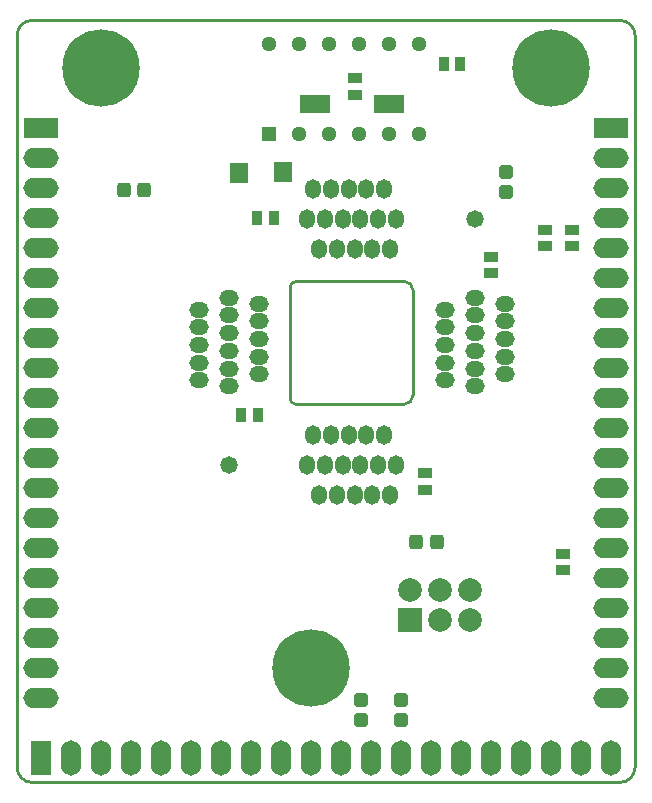
<source format=gbs>
G04*
G04 #@! TF.GenerationSoftware,Altium Limited,Altium Designer,21.2.2 (38)*
G04*
G04 Layer_Color=16711935*
%FSLAX25Y25*%
%MOIN*%
G70*
G04*
G04 #@! TF.SameCoordinates,02BB65A1-8190-4807-ADF1-2835F9576F4A*
G04*
G04*
G04 #@! TF.FilePolarity,Negative*
G04*
G01*
G75*
%ADD11C,0.01000*%
%ADD17C,0.05079*%
%ADD18R,0.05079X0.05079*%
%ADD19O,0.05328X0.06509*%
%ADD20O,0.06509X0.05328*%
%ADD21C,0.05800*%
%ADD22C,0.07887*%
%ADD23R,0.07887X0.07887*%
%ADD24C,0.25800*%
%ADD25R,0.11800X0.06800*%
%ADD26O,0.11800X0.06800*%
%ADD27R,0.06800X0.11800*%
%ADD28O,0.06800X0.11800*%
%ADD49R,0.10236X0.06299*%
%ADD50R,0.06299X0.07087*%
%ADD51R,0.03300X0.05800*%
%ADD52R,0.05800X0.03300*%
%ADD53R,0.04540X0.03753*%
G04:AMPARAMS|DCode=54|XSize=47.37mil|YSize=43.43mil|CornerRadius=8.43mil|HoleSize=0mil|Usage=FLASHONLY|Rotation=0.000|XOffset=0mil|YOffset=0mil|HoleType=Round|Shape=RoundedRectangle|*
%AMROUNDEDRECTD54*
21,1,0.04737,0.02657,0,0,0.0*
21,1,0.03051,0.04343,0,0,0.0*
1,1,0.01686,0.01526,-0.01329*
1,1,0.01686,-0.01526,-0.01329*
1,1,0.01686,-0.01526,0.01329*
1,1,0.01686,0.01526,0.01329*
%
%ADD54ROUNDEDRECTD54*%
%ADD55R,0.03753X0.04540*%
G04:AMPARAMS|DCode=56|XSize=47.37mil|YSize=43.43mil|CornerRadius=8.43mil|HoleSize=0mil|Usage=FLASHONLY|Rotation=270.000|XOffset=0mil|YOffset=0mil|HoleType=Round|Shape=RoundedRectangle|*
%AMROUNDEDRECTD56*
21,1,0.04737,0.02657,0,0,270.0*
21,1,0.03051,0.04343,0,0,270.0*
1,1,0.01686,-0.01329,-0.01526*
1,1,0.01686,-0.01329,0.01526*
1,1,0.01686,0.01329,0.01526*
1,1,0.01686,0.01329,-0.01526*
%
%ADD56ROUNDEDRECTD56*%
D11*
X93000Y167000D02*
G03*
X91000Y165000I0J-2000D01*
G01*
Y128000D02*
G03*
X93000Y126000I2000J0D01*
G01*
X129000D02*
G03*
X132000Y129000I0J3000D01*
G01*
Y164000D02*
G03*
X129000Y167000I-3000J0D01*
G01*
X5000Y254000D02*
G03*
X0Y249000I0J-5000D01*
G01*
Y5000D02*
G03*
X5000Y0I5000J0D01*
G01*
X201000D02*
G03*
X206000Y5000I0J5000D01*
G01*
Y249000D02*
G03*
X201000Y254000I-5000J0D01*
G01*
X91000Y128000D02*
Y165000D01*
X93000Y126000D02*
X129000D01*
X132000Y129000D02*
Y164000D01*
X93000Y167000D02*
X129000D01*
X5000Y254000D02*
X16000D01*
X0Y5000D02*
Y249000D01*
X5000Y0D02*
X201000D01*
X206000Y5000D02*
Y249000D01*
X16000Y254000D02*
X201000D01*
D17*
X84000Y246000D02*
D03*
X94000D02*
D03*
X104000D02*
D03*
X114000D02*
D03*
X124000D02*
D03*
X134000D02*
D03*
Y216000D02*
D03*
X124000D02*
D03*
X114000D02*
D03*
X104000D02*
D03*
X94000D02*
D03*
D18*
X84000D02*
D03*
D19*
X112500Y95811D02*
D03*
X124311D02*
D03*
X118405D02*
D03*
X100689D02*
D03*
X106595D02*
D03*
X108563Y105811D02*
D03*
X98721Y115811D02*
D03*
X114469Y105811D02*
D03*
X110531Y115811D02*
D03*
X96752Y105811D02*
D03*
X102657D02*
D03*
X104626Y115811D02*
D03*
X116437D02*
D03*
X120374Y105811D02*
D03*
X126279D02*
D03*
X122343Y115811D02*
D03*
X126279Y187779D02*
D03*
X124311Y177779D02*
D03*
X98721Y197780D02*
D03*
X122343D02*
D03*
X106595Y177779D02*
D03*
X114469Y187779D02*
D03*
X116437Y197780D02*
D03*
X110531D02*
D03*
X104626D02*
D03*
X120374Y187779D02*
D03*
X118405Y177779D02*
D03*
X112500D02*
D03*
X108563Y187779D02*
D03*
X102657D02*
D03*
X100689Y177779D02*
D03*
X96752Y187779D02*
D03*
D20*
X162500Y159591D02*
D03*
Y135968D02*
D03*
X142500Y151716D02*
D03*
X152500Y143842D02*
D03*
X162500Y141874D02*
D03*
Y147780D02*
D03*
Y153685D02*
D03*
X142500Y134000D02*
D03*
X152500Y137937D02*
D03*
X142500Y139906D02*
D03*
Y145811D02*
D03*
X152500Y149748D02*
D03*
Y155654D02*
D03*
X142500Y157622D02*
D03*
X152500Y161559D02*
D03*
Y132032D02*
D03*
X60532Y134000D02*
D03*
Y157622D02*
D03*
X80532Y141874D02*
D03*
X70531Y149748D02*
D03*
X60532Y151716D02*
D03*
Y145811D02*
D03*
Y139906D02*
D03*
X80532Y159591D02*
D03*
X70531Y155654D02*
D03*
X80532Y153685D02*
D03*
Y147780D02*
D03*
X70531Y143842D02*
D03*
Y137937D02*
D03*
X80532Y135968D02*
D03*
X70531Y132032D02*
D03*
Y161559D02*
D03*
D21*
X152500Y187779D02*
D03*
X70531Y105811D02*
D03*
D22*
X151000Y64000D02*
D03*
Y54000D02*
D03*
X141000Y64000D02*
D03*
Y54000D02*
D03*
X131000Y64000D02*
D03*
D23*
Y54000D02*
D03*
D24*
X98000Y38000D02*
D03*
X28000Y238000D02*
D03*
X178000D02*
D03*
D25*
X8000Y218000D02*
D03*
X198000D02*
D03*
D26*
X8000Y208000D02*
D03*
Y198000D02*
D03*
Y188000D02*
D03*
Y178000D02*
D03*
Y168000D02*
D03*
Y158000D02*
D03*
Y148000D02*
D03*
Y138000D02*
D03*
Y128000D02*
D03*
Y118000D02*
D03*
Y108000D02*
D03*
Y98000D02*
D03*
Y88000D02*
D03*
Y78000D02*
D03*
Y68000D02*
D03*
Y58000D02*
D03*
Y48000D02*
D03*
Y38000D02*
D03*
Y28000D02*
D03*
X198000Y208000D02*
D03*
Y198000D02*
D03*
Y188000D02*
D03*
Y178000D02*
D03*
Y168000D02*
D03*
Y158000D02*
D03*
Y148000D02*
D03*
Y138000D02*
D03*
Y128000D02*
D03*
Y118000D02*
D03*
Y108000D02*
D03*
Y98000D02*
D03*
Y88000D02*
D03*
Y78000D02*
D03*
Y68000D02*
D03*
Y58000D02*
D03*
Y48000D02*
D03*
Y38000D02*
D03*
Y28000D02*
D03*
D27*
X8000Y8000D02*
D03*
D28*
X18000D02*
D03*
X28000D02*
D03*
X38000D02*
D03*
X48000D02*
D03*
X58000D02*
D03*
X68000D02*
D03*
X78000D02*
D03*
X88000D02*
D03*
X98000D02*
D03*
X108000D02*
D03*
X118000D02*
D03*
X128000D02*
D03*
X138000D02*
D03*
X148000D02*
D03*
X158000D02*
D03*
X168000D02*
D03*
X178000D02*
D03*
X188000D02*
D03*
X198000D02*
D03*
D49*
X99451Y226000D02*
D03*
X123953D02*
D03*
D50*
X73992Y203120D02*
D03*
X88500Y203378D02*
D03*
D51*
X102647Y226000D02*
D03*
X99404D02*
D03*
X96159D02*
D03*
X120757D02*
D03*
X124000D02*
D03*
X127244D02*
D03*
D52*
X74000Y201500D02*
D03*
Y204743D02*
D03*
X88500Y205000D02*
D03*
Y201757D02*
D03*
D53*
X182000Y76256D02*
D03*
Y70744D02*
D03*
X136000Y97488D02*
D03*
Y103000D02*
D03*
X158000Y169744D02*
D03*
Y175256D02*
D03*
X185000Y178744D02*
D03*
Y184256D02*
D03*
X176000Y178744D02*
D03*
Y184256D02*
D03*
X112500Y234756D02*
D03*
Y229244D02*
D03*
D54*
X128000Y20654D02*
D03*
Y27347D02*
D03*
X114500Y20654D02*
D03*
Y27347D02*
D03*
X163000Y203346D02*
D03*
Y196653D02*
D03*
D55*
X74744Y122500D02*
D03*
X80256D02*
D03*
X147756Y239500D02*
D03*
X142244D02*
D03*
X79988Y188000D02*
D03*
X85500D02*
D03*
D56*
X133153Y80000D02*
D03*
X139847D02*
D03*
X42346Y197500D02*
D03*
X35653D02*
D03*
M02*

</source>
